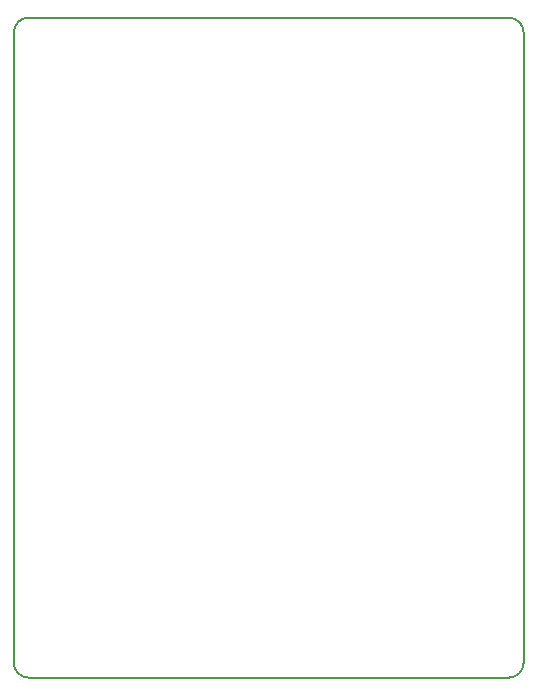
<source format=gbr>
G04 #@! TF.FileFunction,Profile,NP*
%FSLAX46Y46*%
G04 Gerber Fmt 4.6, Leading zero omitted, Abs format (unit mm)*
G04 Created by KiCad (PCBNEW 4.0.7-e2-6376~58~ubuntu14.04.1) date Sat Jan 13 14:54:45 2018*
%MOMM*%
%LPD*%
G01*
G04 APERTURE LIST*
%ADD10C,0.100000*%
%ADD11C,0.150000*%
G04 APERTURE END LIST*
D10*
D11*
X105410000Y-127000000D02*
X146050000Y-127000000D01*
X104140000Y-72390000D02*
X104140000Y-125730000D01*
X146050000Y-71120000D02*
X105410000Y-71120000D01*
X147320000Y-125730000D02*
X147320000Y-72390000D01*
X146050000Y-127000000D02*
G75*
G03X147320000Y-125730000I0J1270000D01*
G01*
X104140000Y-125730000D02*
G75*
G03X105410000Y-127000000I1270000J0D01*
G01*
X105410000Y-71120000D02*
G75*
G03X104140000Y-72390000I0J-1270000D01*
G01*
X147320000Y-72390000D02*
G75*
G03X146050000Y-71120000I-1270000J0D01*
G01*
M02*

</source>
